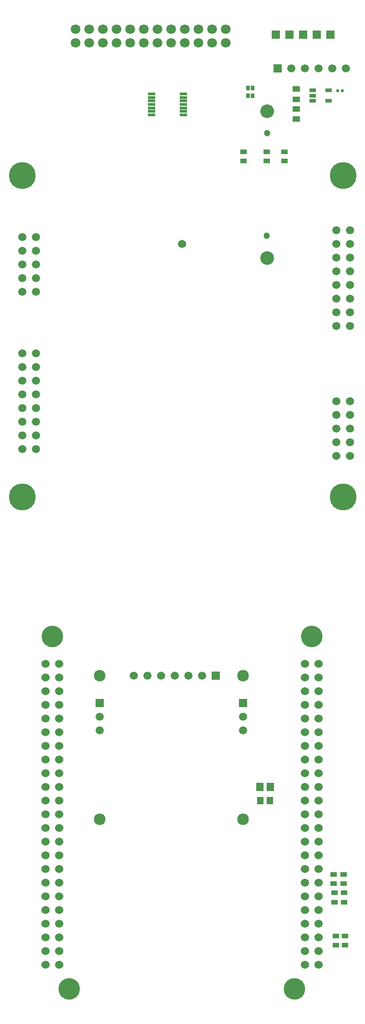
<source format=gbr>
G04 Layer_Color=255*
%FSLAX26Y26*%
%MOIN*%
%TF.FileFunction,Pads,Top*%
%TF.Part,Single*%
G01*
G75*
%TA.AperFunction,SMDPad,CuDef*%
%ADD10R,0.051181X0.033465*%
G04:AMPARAMS|DCode=11|XSize=25.591mil|YSize=47.244mil|CornerRadius=1.919mil|HoleSize=0mil|Usage=FLASHONLY|Rotation=90.000|XOffset=0mil|YOffset=0mil|HoleType=Round|Shape=RoundedRectangle|*
%AMROUNDEDRECTD11*
21,1,0.025591,0.043406,0,0,90.0*
21,1,0.021752,0.047244,0,0,90.0*
1,1,0.003839,0.021703,0.010876*
1,1,0.003839,0.021703,-0.010876*
1,1,0.003839,-0.021703,-0.010876*
1,1,0.003839,-0.021703,0.010876*
%
%ADD11ROUNDEDRECTD11*%
%ADD12R,0.055118X0.041339*%
%ADD13R,0.020472X0.020472*%
%ADD14R,0.045276X0.057087*%
%ADD15R,0.053150X0.061024*%
G04:AMPARAMS|DCode=16|XSize=17.716mil|YSize=55.118mil|CornerRadius=1.949mil|HoleSize=0mil|Usage=FLASHONLY|Rotation=90.000|XOffset=0mil|YOffset=0mil|HoleType=Round|Shape=RoundedRectangle|*
%AMROUNDEDRECTD16*
21,1,0.017716,0.051221,0,0,90.0*
21,1,0.013819,0.055118,0,0,90.0*
1,1,0.003898,0.025610,0.006910*
1,1,0.003898,0.025610,-0.006910*
1,1,0.003898,-0.025610,-0.006910*
1,1,0.003898,-0.025610,0.006910*
%
%ADD16ROUNDEDRECTD16*%
%ADD17R,0.025591X0.033465*%
%TA.AperFunction,ViaPad*%
%ADD19C,0.060000*%
%TA.AperFunction,ComponentPad*%
%ADD20R,0.060000X0.060000*%
%TA.AperFunction,ViaPad*%
%ADD21C,0.196850*%
%ADD22C,0.196850*%
%ADD23C,0.085000*%
%TA.AperFunction,ComponentPad*%
%ADD24C,0.157480*%
%ADD25C,0.060000*%
%ADD26C,0.059055*%
%ADD27R,0.059055X0.059055*%
%ADD28R,0.059055X0.059055*%
%ADD29C,0.100000*%
%ADD30C,0.047000*%
%ADD31C,0.070866*%
D10*
X1920000Y2523465D02*
D03*
X1920000Y2456535D02*
D03*
X1790000Y2523465D02*
D03*
X1790000Y2456535D02*
D03*
X1621378Y2523465D02*
D03*
X1621378Y2456535D02*
D03*
X2282386Y-2762316D02*
D03*
X2282386Y-2829244D02*
D03*
X2353252Y-2829244D02*
D03*
X2353252Y-2762316D02*
D03*
X2365063Y-3278062D02*
D03*
X2365063Y-3211134D02*
D03*
X2286323Y-2963102D02*
D03*
X2286323Y-2896172D02*
D03*
X2298134Y-3211133D02*
D03*
X2298134Y-3278063D02*
D03*
X2357190Y-2896174D02*
D03*
X2357190Y-2963102D02*
D03*
D11*
X2245590Y2971078D02*
D03*
X2245590Y2896275D02*
D03*
X2129448Y2896275D02*
D03*
X2129448Y2933676D02*
D03*
X2129448Y2971078D02*
D03*
D12*
X2007519Y2906275D02*
D03*
X2007519Y2981078D02*
D03*
X2007519Y2761275D02*
D03*
X2007519Y2836078D02*
D03*
D13*
X2311771Y2968676D02*
D03*
X2343267Y2968676D02*
D03*
D14*
X1744568Y-2220001D02*
D03*
X1815434Y-2220001D02*
D03*
D15*
X1740630Y-2120001D02*
D03*
X1819370Y-2120001D02*
D03*
D16*
X947779Y2945890D02*
D03*
X947779Y2920300D02*
D03*
X947779Y2894710D02*
D03*
X947779Y2869118D02*
D03*
X947779Y2843528D02*
D03*
X947779Y2817938D02*
D03*
X947779Y2792346D02*
D03*
X1180063Y2945890D02*
D03*
X1180063Y2920300D02*
D03*
X1180063Y2894710D02*
D03*
X1180063Y2869118D02*
D03*
X1180063Y2843528D02*
D03*
X1180063Y2817938D02*
D03*
X1180063Y2792346D02*
D03*
D17*
X1653268Y2988543D02*
D03*
X1686732Y2988543D02*
D03*
X1686732Y2931457D02*
D03*
X1653268Y2931457D02*
D03*
D19*
X1170000Y1850000D02*
D03*
D20*
X2157519Y3378676D02*
D03*
X2057519Y3378676D02*
D03*
X1957519Y3378676D02*
D03*
X1857519Y3378676D02*
D03*
X2257519Y3378676D02*
D03*
D21*
X0Y2350000D02*
D03*
X2350000Y2350000D02*
D03*
X2350000Y0D02*
D03*
D22*
X0Y0D02*
D03*
D23*
X568149Y-2358322D02*
D03*
X1618149Y-1308322D02*
D03*
X1618149Y-2358322D02*
D03*
X568149Y-1308322D02*
D03*
D24*
X220000Y-1022500D02*
D03*
X2120000Y-1022500D02*
D03*
X1995000Y-3597500D02*
D03*
X345000Y-3597500D02*
D03*
D25*
X270000Y-1222500D02*
D03*
X270000Y-1322500D02*
D03*
X270000Y-1422500D02*
D03*
X270000Y-1522500D02*
D03*
X270000Y-1622500D02*
D03*
X270000Y-1722500D02*
D03*
X270000Y-1822500D02*
D03*
X270000Y-1922500D02*
D03*
X270000Y-2022500D02*
D03*
X270000Y-2122500D02*
D03*
X270000Y-2222500D02*
D03*
X270000Y-2322500D02*
D03*
X270000Y-2422500D02*
D03*
X270000Y-2522500D02*
D03*
X270000Y-2622500D02*
D03*
X270000Y-2722500D02*
D03*
X270000Y-2822500D02*
D03*
X270000Y-2922500D02*
D03*
X270000Y-3022500D02*
D03*
X270000Y-3122500D02*
D03*
X270000Y-3222500D02*
D03*
X270000Y-3322500D02*
D03*
X270000Y-3422500D02*
D03*
X170000Y-1322500D02*
D03*
X170000Y-1422500D02*
D03*
X170000Y-1522500D02*
D03*
X170000Y-1622500D02*
D03*
X170000Y-1722500D02*
D03*
X170000Y-1822500D02*
D03*
X170000Y-1922500D02*
D03*
X170000Y-2022500D02*
D03*
X170000Y-2122500D02*
D03*
X170000Y-2222500D02*
D03*
X170000Y-2322500D02*
D03*
X170000Y-2422500D02*
D03*
X170000Y-2522500D02*
D03*
X170000Y-2622500D02*
D03*
X170000Y-2722500D02*
D03*
X170000Y-2822500D02*
D03*
X170000Y-2922500D02*
D03*
X170000Y-3022500D02*
D03*
X170000Y-3122500D02*
D03*
X170000Y-3222500D02*
D03*
X170000Y-3322500D02*
D03*
X170000Y-3422500D02*
D03*
X2070000Y-1222500D02*
D03*
X2170000Y-1222500D02*
D03*
X2170000Y-1322500D02*
D03*
X2170000Y-1422500D02*
D03*
X2170000Y-1522500D02*
D03*
X2170000Y-1622500D02*
D03*
X2170000Y-1722500D02*
D03*
X2170000Y-1822500D02*
D03*
X2170000Y-1922500D02*
D03*
X2170000Y-2022500D02*
D03*
X2170000Y-2122500D02*
D03*
X2170000Y-2222500D02*
D03*
X2170000Y-2322500D02*
D03*
X2170000Y-2422500D02*
D03*
X2170000Y-2522500D02*
D03*
X2170000Y-2622500D02*
D03*
X2170000Y-2722500D02*
D03*
X2170000Y-2822500D02*
D03*
X2170000Y-2922500D02*
D03*
X2170000Y-3022500D02*
D03*
X2170000Y-3122500D02*
D03*
X2170000Y-3222500D02*
D03*
X2170000Y-3322500D02*
D03*
X2170000Y-3422500D02*
D03*
X2070000Y-1322500D02*
D03*
X2070000Y-1422500D02*
D03*
X2070000Y-1522500D02*
D03*
X2070000Y-1622500D02*
D03*
X2070000Y-1722500D02*
D03*
X2070000Y-1822500D02*
D03*
X2070000Y-1922500D02*
D03*
X2070000Y-2022500D02*
D03*
X2070000Y-2122500D02*
D03*
X2070000Y-2222500D02*
D03*
X2070000Y-2322500D02*
D03*
X2070000Y-2422500D02*
D03*
X2070000Y-2522500D02*
D03*
X2070000Y-2622500D02*
D03*
X2070000Y-2722500D02*
D03*
X2070000Y-2822500D02*
D03*
X2070000Y-2922500D02*
D03*
X2070000Y-3022500D02*
D03*
X2070000Y-3122500D02*
D03*
X2070000Y-3222500D02*
D03*
X2070000Y-3322500D02*
D03*
X2070000Y-3422500D02*
D03*
X170000Y-1222500D02*
D03*
D26*
X100000Y350000D02*
D03*
X100000Y450000D02*
D03*
X100000Y550000D02*
D03*
X0Y350000D02*
D03*
X0Y450000D02*
D03*
X0Y550000D02*
D03*
X100000Y650000D02*
D03*
X100000Y750000D02*
D03*
X100000Y850000D02*
D03*
X100000Y950000D02*
D03*
X100000Y1050000D02*
D03*
X0Y650000D02*
D03*
X0Y750000D02*
D03*
X0Y850000D02*
D03*
X0Y950000D02*
D03*
X0Y1050000D02*
D03*
X2400000Y1250000D02*
D03*
X2400000Y1350000D02*
D03*
X2400000Y1450000D02*
D03*
X2300000Y1250000D02*
D03*
X2300000Y1350000D02*
D03*
X2300000Y1450000D02*
D03*
X2400000Y1550000D02*
D03*
X2400000Y1650000D02*
D03*
X2400000Y1750000D02*
D03*
X2400000Y1850000D02*
D03*
X2400000Y1950000D02*
D03*
X2300000Y1550000D02*
D03*
X2300000Y1650000D02*
D03*
X2300000Y1750000D02*
D03*
X2300000Y1850000D02*
D03*
X2300000Y1950000D02*
D03*
X2371999Y3133000D02*
D03*
X2271999Y3133000D02*
D03*
X2171999Y3133000D02*
D03*
X2071999Y3133000D02*
D03*
X1971999Y3133000D02*
D03*
X1218149Y-1308322D02*
D03*
X1318149Y-1308322D02*
D03*
X1118149Y-1308322D02*
D03*
X1018149Y-1308322D02*
D03*
X918149Y-1308322D02*
D03*
X818149Y-1308322D02*
D03*
X1618149Y-1708322D02*
D03*
X1618149Y-1608322D02*
D03*
X568149Y-1708322D02*
D03*
X568149Y-1608322D02*
D03*
X2300000Y300000D02*
D03*
X2300000Y400000D02*
D03*
X2300000Y500000D02*
D03*
X2300000Y600000D02*
D03*
X2300000Y700000D02*
D03*
X2400000Y300000D02*
D03*
X2400000Y400000D02*
D03*
X2400000Y500000D02*
D03*
X2400000Y600000D02*
D03*
X2400000Y700000D02*
D03*
X0Y1500000D02*
D03*
X0Y1600000D02*
D03*
X0Y1700000D02*
D03*
X0Y1800000D02*
D03*
X0Y1900000D02*
D03*
X100000Y1500000D02*
D03*
X100000Y1600000D02*
D03*
X100000Y1700000D02*
D03*
X100000Y1800000D02*
D03*
X100000Y1900000D02*
D03*
D27*
X1871999Y3133000D02*
D03*
X1418149Y-1308322D02*
D03*
D28*
X1618149Y-1508322D02*
D03*
X568149Y-1508322D02*
D03*
D29*
X1794197Y1746760D02*
D03*
X1794197Y2819160D02*
D03*
D30*
X1794197Y2657260D02*
D03*
X1792597Y1908660D02*
D03*
D31*
X1390000Y3320000D02*
D03*
X1390000Y3420000D02*
D03*
X1290000Y3420000D02*
D03*
X1190000Y3420000D02*
D03*
X1090000Y3420000D02*
D03*
X990000Y3420000D02*
D03*
X890000Y3420000D02*
D03*
X790000Y3420000D02*
D03*
X690000Y3420000D02*
D03*
X590000Y3420000D02*
D03*
X490000Y3420000D02*
D03*
X390000Y3420000D02*
D03*
X1290000Y3320000D02*
D03*
X1190000Y3320000D02*
D03*
X1090000Y3320000D02*
D03*
X990000Y3320000D02*
D03*
X890000Y3320000D02*
D03*
X790000Y3320000D02*
D03*
X690000Y3320000D02*
D03*
X590000Y3320000D02*
D03*
X490000Y3320000D02*
D03*
X390000Y3320000D02*
D03*
X1490000Y3420000D02*
D03*
X1490000Y3320000D02*
D03*
%TF.MD5,beae8c4425c83c45bbdead7a006fefc4*%
M02*

</source>
